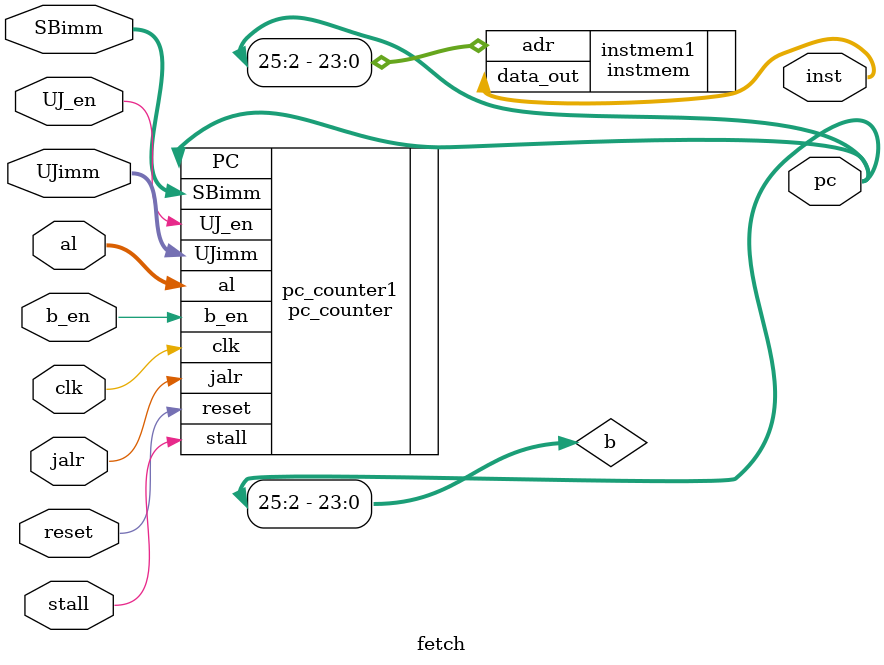
<source format=sv>
module fetch(
  input logic clk,reset,b_en,UJ_en,jalr,stall,
  input logic [31:0] al,UJimm,SBimm,
  output logic [31:0] inst,
  output logic [31:0] pc);
  
 logic [23:0] b;
 pc_counter pc_counter1(.reset(reset),
               .clk(clk),
               .PC(pc),
               .b_en(b_en),
               .UJ_en(UJ_en),
               .jalr(jalr),
               .al(al),
               .UJimm(UJimm),
               .SBimm(SBimm),
               .stall(stall));
  
    

 instmem instmem1(.adr(b),
              .data_out(inst)); 
  
  always_comb begin
     b [23:0] =  pc [25:2];
  end
endmodule


</source>
